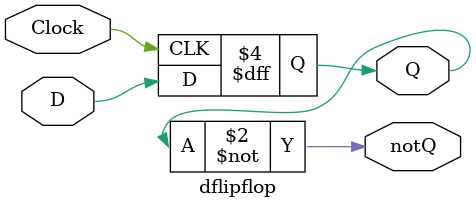
<source format=v>
module dflipflop(
    input D,
    input Clock,
    output reg Q,
    output notQ
    );

    initial begin
        Q <= 0;
    end

    always @(posedge Clock) begin
        Q <= D;
    end    
    
    assign notQ = ~Q;

endmodule

</source>
